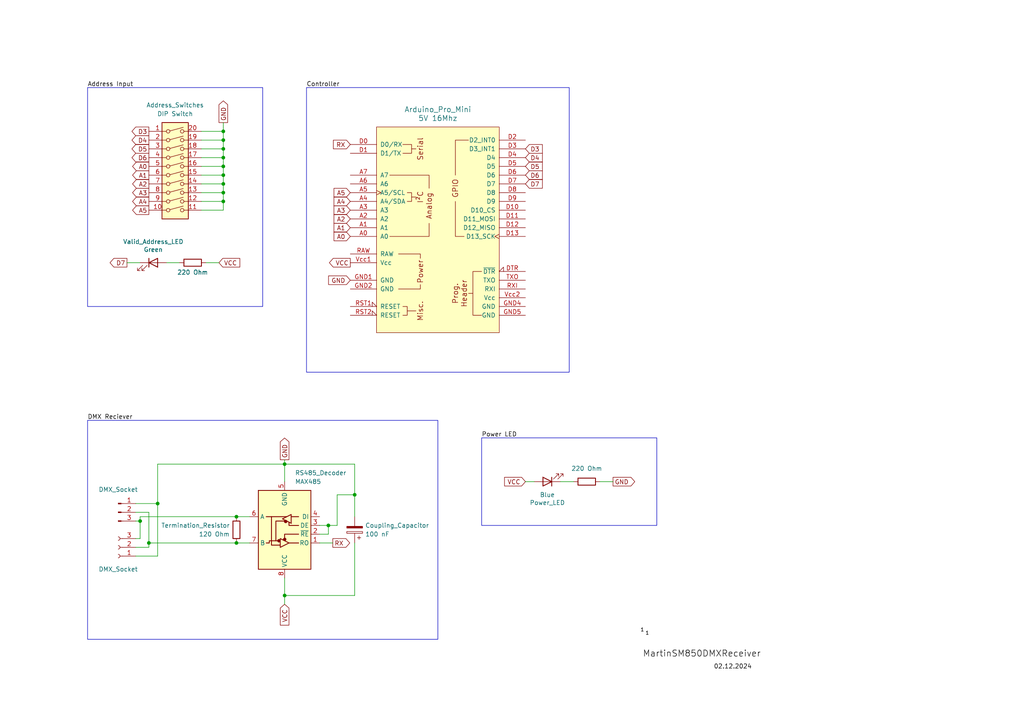
<source format=kicad_sch>
(kicad_sch (version 20231120) (generator "eeschema") (generator_version "8.0")
  (paper "A4")
  (lib_symbols
    (symbol "Connector:Conn_01x03_Pin" (pin_names (offset 1.016) hide)
      (property "Reference" "J" (at 0 5.08 0))
      (property "Value" "Conn_01x03_Pin" (at 0 -5.08 0))
      (symbol "Conn_01x03_Pin_1_1"
        (polyline (pts (xy 1.27 -2.54) (xy 0.8636 -2.54)) (stroke (width 0.1524)))
        (polyline (pts (xy 1.27 0) (xy 0.8636 0)) (stroke (width 0.1524)))
        (polyline (pts (xy 1.27 2.54) (xy 0.8636 2.54)) (stroke (width 0.1524)))
        (rectangle (start 0.8636 -2.413) (end 0 -2.667) (stroke (width 0.1524)) (fill (type outline)))
        (rectangle (start 0.8636 0.127) (end 0 -0.127) (stroke (width 0.1524)) (fill (type outline)))
        (rectangle (start 0.8636 2.667) (end 0 2.413) (stroke (width 0.1524)) (fill (type outline)))
        (pin passive line (at 5.08 2.54 180) (length 3.81) (name "Pin_1") (number "1"))
        (pin passive line (at 5.08 0 180) (length 3.81) (name "Pin_2") (number "2"))
        (pin passive line (at 5.08 -2.54 180) (length 3.81) (name "Pin_3") (number "3"))
      )
    )
    (symbol "Connector:Conn_01x03_Socket" (pin_names (offset 1.016) hide)
      (property "Reference" "J" (at 0 5.08 0))
      (property "Value" "Conn_01x03_Socket" (at 0 -5.08 0))
      (symbol "Conn_01x03_Socket_1_1"
        (arc (start 0 -2.032) (mid -0.5058 -2.54) (end 0 -3.048) (stroke (width 0.1524)))
        (polyline (pts (xy -1.27 -2.54) (xy -0.508 -2.54)) (stroke (width 0.1524)))
        (polyline (pts (xy -1.27 0) (xy -0.508 0)) (stroke (width 0.1524)))
        (polyline (pts (xy -1.27 2.54) (xy -0.508 2.54)) (stroke (width 0.1524)))
        (arc (start 0 0.508) (mid -0.5058 0) (end 0 -0.508) (stroke (width 0.1524)))
        (arc (start 0 3.048) (mid -0.5058 2.54) (end 0 2.032) (stroke (width 0.1524)))
        (pin passive line (at -5.08 2.54 0) (length 3.81) (name "Pin_1") (number "1"))
        (pin passive line (at -5.08 0 0) (length 3.81) (name "Pin_2") (number "2"))
        (pin passive line (at -5.08 -2.54 0) (length 3.81) (name "Pin_3") (number "3"))
      )
    )
    (symbol "Device:C_Polarized" (pin_numbers hide) (pin_names (offset 0.254))
      (property "Reference" "C" (at 0.635 2.54 0))
      (property "Value" "C_Polarized" (at 0.635 -2.54 0))
      (symbol "C_Polarized_0_1"
        (rectangle (start -2.286 0.508) (end 2.286 1.016))
        (polyline (pts (xy -1.778 2.286) (xy -0.762 2.286)))
        (polyline (pts (xy -1.27 2.794) (xy -1.27 1.778)))
        (rectangle (start 2.286 -0.508) (end -2.286 -1.016) (fill (type outline)))
      )
      (symbol "C_Polarized_1_1"
        (pin passive line (at 0 3.81 270) (length 2.794) (name "~") (number "1"))
        (pin passive line (at 0 -3.81 90) (length 2.794) (name "~") (number "2"))
      )
    )
    (symbol "Device:LED" (pin_numbers hide) (pin_names (offset 1.016) hide)
      (property "Reference" "D" (at 0 2.54 0))
      (property "Value" "LED" (at 0 -2.54 0))
      (symbol "LED_0_1"
        (polyline (pts (xy -1.27 -1.27) (xy -1.27 1.27)) (stroke (width 0.254)))
        (polyline (pts (xy -1.27 0) (xy 1.27 0)))
        (polyline (pts (xy 1.27 -1.27) (xy 1.27 1.27) (xy -1.27 0) (xy 1.27 -1.27)) (stroke (width 0.254)))
        (polyline (pts (xy -3.048 -0.762) (xy -4.572 -2.286) (xy -3.81 -2.286) (xy -4.572 -2.286) (xy -4.572 -1.524)))
        (polyline (pts (xy -1.778 -0.762) (xy -3.302 -2.286) (xy -2.54 -2.286) (xy -3.302 -2.286) (xy -3.302 -1.524)))
      )
      (symbol "LED_1_1"
        (pin passive line (at -3.81 0 0) (length 2.54) (name "K") (number "1"))
        (pin passive line (at 3.81 0 180) (length 2.54) (name "A") (number "2"))
      )
    )
    (symbol "Device:R" (pin_numbers hide) (pin_names (offset 0))
      (property "Reference" "R" (at 2.032 0 90))
      (property "Value" "R" (at 0 0 90))
      (symbol "R_0_1"
        (rectangle (start -1.016 -2.54) (end 1.016 2.54) (stroke (width 0.254)))
      )
      (symbol "R_1_1"
        (pin passive line (at 0 3.81 270) (length 1.27) (name "~") (number "1"))
        (pin passive line (at 0 -3.81 90) (length 1.27) (name "~") (number "2"))
      )
    )
    (symbol "Interface_UART:MAX485E"
      (property "Reference" "U" (at -6.096 11.43 0))
      (property "Value" "MAX485E" (at 0.762 11.43 0))
      (symbol "MAX485E_0_1"
        (rectangle (start -7.62 10.16) (end 7.62 -12.7) (stroke (width 0.254)) (fill (type background)))
        (circle (center -0.3048 -3.683) (radius 0.3556) (stroke (width 0.254)) (fill (type outline)))
        (circle (center -0.0254 1.4986) (radius 0.3556) (stroke (width 0.254)) (fill (type outline)))
        (polyline (pts (xy -4.064 -5.08) (xy -1.905 -5.08)) (stroke (width 0.254)))
        (polyline (pts (xy -4.064 2.54) (xy -1.27 2.54)) (stroke (width 0.254)))
        (polyline (pts (xy -1.27 -3.2004) (xy -1.27 -3.4544)) (stroke (width 0.254)))
        (polyline (pts (xy -0.635 -5.08) (xy 5.334 -5.08)) (stroke (width 0.254)))
        (polyline (pts (xy -4.064 -2.54) (xy -1.27 -2.54) (xy -1.27 -3.175)) (stroke (width 0.254)))
        (polyline (pts (xy 0 1.27) (xy 0 0) (xy -4.064 0)) (stroke (width 0.254)))
        (polyline (pts (xy 1.27 3.175) (xy 3.81 3.175) (xy 3.81 -5.08)) (stroke (width 0.254)))
        (polyline (pts (xy 2.54 1.905) (xy 2.54 -3.81) (xy 0 -3.81)) (stroke (width 0.254)))
        (polyline (pts (xy -1.905 -3.175) (xy -1.905 -5.715) (xy 0.635 -4.445) (xy -1.905 -3.175)) (stroke (width 0.254)))
        (polyline (pts (xy -1.27 2.54) (xy 1.27 3.81) (xy 1.27 1.27) (xy -1.27 2.54)) (stroke (width 0.254)))
        (polyline (pts (xy 1.905 1.905) (xy 4.445 1.905) (xy 4.445 2.54) (xy 5.334 2.54)) (stroke (width 0.254)))
        (rectangle (start 1.27 3.175) (end 1.27 3.175))
        (circle (center 1.651 1.905) (radius 0.3556) (stroke (width 0.254)) (fill (type outline)))
      )
      (symbol "MAX485E_1_1"
        (pin output line (at -10.16 2.54 0) (length 2.54) (name "RO") (number "1"))
        (pin input line (at -10.16 0 0) (length 2.54) (name "~{RE}") (number "2"))
        (pin input line (at -10.16 -2.54 0) (length 2.54) (name "DE") (number "3"))
        (pin input line (at -10.16 -5.08 0) (length 2.54) (name "DI") (number "4"))
        (pin power_in line (at 0 -15.24 90) (length 2.54) (name "GND") (number "5"))
        (pin bidirectional line (at 10.16 -5.08 180) (length 2.54) (name "A") (number "6"))
        (pin bidirectional line (at 10.16 2.54 180) (length 2.54) (name "B") (number "7"))
        (pin power_in line (at 0 12.7 270) (length 2.54) (name "VCC") (number "8"))
      )
    )
    (symbol "Switch:SW_DIP_x10" (pin_names (offset 0) hide)
      (property "Reference" "SW" (at 0 16.51 0))
      (property "Value" "SW_DIP_x10" (at 0 -13.97 0))
      (symbol "SW_DIP_x10_0_0"
        (circle (center -2.032 -10.16) (radius 0.508))
        (circle (center -2.032 -7.62) (radius 0.508))
        (circle (center -2.032 -5.08) (radius 0.508))
        (circle (center -2.032 -2.54) (radius 0.508))
        (circle (center -2.032 0) (radius 0.508))
        (circle (center -2.032 2.54) (radius 0.508))
        (circle (center -2.032 5.08) (radius 0.508))
        (circle (center -2.032 7.62) (radius 0.508))
        (circle (center -2.032 10.16) (radius 0.508))
        (circle (center -2.032 12.7) (radius 0.508))
        (polyline (pts (xy -1.524 -10.0076) (xy 2.3622 -8.9662)))
        (polyline (pts (xy -1.524 -7.4676) (xy 2.3622 -6.4262)))
        (polyline (pts (xy -1.524 -4.9276) (xy 2.3622 -3.8862)))
        (polyline (pts (xy -1.524 -2.3876) (xy 2.3622 -1.3462)))
        (polyline (pts (xy -1.524 0.127) (xy 2.3622 1.1684)))
        (polyline (pts (xy -1.524 2.667) (xy 2.3622 3.7084)))
        (polyline (pts (xy -1.524 5.207) (xy 2.3622 6.2484)))
        (polyline (pts (xy -1.524 7.747) (xy 2.3622 8.7884)))
        (polyline (pts (xy -1.524 10.287) (xy 2.3622 11.3284)))
        (polyline (pts (xy -1.524 12.827) (xy 2.3622 13.8684)))
        (circle (center 2.032 -10.16) (radius 0.508))
        (circle (center 2.032 -7.62) (radius 0.508))
        (circle (center 2.032 -5.08) (radius 0.508))
        (circle (center 2.032 -2.54) (radius 0.508))
        (circle (center 2.032 0) (radius 0.508))
        (circle (center 2.032 2.54) (radius 0.508))
        (circle (center 2.032 5.08) (radius 0.508))
        (circle (center 2.032 7.62) (radius 0.508))
        (circle (center 2.032 10.16) (radius 0.508))
        (circle (center 2.032 12.7) (radius 0.508))
      )
      (symbol "SW_DIP_x10_0_1"
        (rectangle (start -3.81 15.24) (end 3.81 -12.7) (stroke (width 0.254)) (fill (type background)))
      )
      (symbol "SW_DIP_x10_1_1"
        (pin passive line (at -7.62 12.7 0) (length 5.08) (name "~") (number "1"))
        (pin passive line (at -7.62 -10.16 0) (length 5.08) (name "~") (number "10"))
        (pin passive line (at 7.62 -10.16 180) (length 5.08) (name "~") (number "11"))
        (pin passive line (at 7.62 -7.62 180) (length 5.08) (name "~") (number "12"))
        (pin passive line (at 7.62 -5.08 180) (length 5.08) (name "~") (number "13"))
        (pin passive line (at 7.62 -2.54 180) (length 5.08) (name "~") (number "14"))
        (pin passive line (at 7.62 0 180) (length 5.08) (name "~") (number "15"))
        (pin passive line (at 7.62 2.54 180) (length 5.08) (name "~") (number "16"))
        (pin passive line (at 7.62 5.08 180) (length 5.08) (name "~") (number "17"))
        (pin passive line (at 7.62 7.62 180) (length 5.08) (name "~") (number "18"))
        (pin passive line (at 7.62 10.16 180) (length 5.08) (name "~") (number "19"))
        (pin passive line (at -7.62 10.16 0) (length 5.08) (name "~") (number "2"))
        (pin passive line (at 7.62 12.7 180) (length 5.08) (name "~") (number "20"))
        (pin passive line (at -7.62 7.62 0) (length 5.08) (name "~") (number "3"))
        (pin passive line (at -7.62 5.08 0) (length 5.08) (name "~") (number "4"))
        (pin passive line (at -7.62 2.54 0) (length 5.08) (name "~") (number "5"))
        (pin passive line (at -7.62 0 0) (length 5.08) (name "~") (number "6"))
        (pin passive line (at -7.62 -2.54 0) (length 5.08) (name "~") (number "7"))
        (pin passive line (at -7.62 -5.08 0) (length 5.08) (name "~") (number "8"))
        (pin passive line (at -7.62 -7.62 0) (length 5.08) (name "~") (number "9"))
      )
    )
    (symbol "arduino-library:Arduino_Pro_Mini_Socket" (pin_names (offset 1.016))
      (property "Reference" "A" (at 0 36.83 0))
      (property "Value" "Arduino_Pro_Mini_Socket" (at 0 33.02 0))
      (symbol "Arduino_Pro_Mini_Socket_0_0"
        (rectangle (start -17.78 30.48) (end 17.78 -29.21) (fill (type background)))
        (polyline (pts (xy -7.62 10.16) (xy -6.35 10.16)))
        (polyline (pts (xy -7.62 24.13) (xy -6.35 24.13)))
        (polyline (pts (xy -6.35 -22.86) (xy -8.89 -22.86)))
        (polyline (pts (xy -11.43 -16.51) (xy -5.08 -16.51) (xy -5.08 -15.24)))
        (polyline (pts (xy -5.08 -7.62) (xy -5.08 -6.35) (xy -11.43 -6.35)))
        (polyline (pts (xy -2.54 2.54) (xy -2.54 -1.27) (xy -13.97 -1.27)))
        (polyline (pts (xy -2.54 12.7) (xy -2.54 16.51) (xy -13.97 16.51)))
        (polyline (pts (xy -10.16 25.4) (xy -7.62 25.4) (xy -7.62 22.86) (xy -10.16 22.86)))
        (polyline (pts (xy -8.89 11.43) (xy -7.62 11.43) (xy -7.62 8.89) (xy -8.89 8.89)))
        (polyline (pts (xy 12.7 -11.43) (xy 10.16 -11.43) (xy 10.16 -16.51) (xy 10.16 -17.78) (xy 8.89 -17.78) (xy 10.16 -17.78) (xy 10.16 -24.13) (xy 12.7 -24.13)))
        (text "Analog" (at -2.54 7.62 900) (effects (font (size 1.524 1.524))))
        (text "Header" (at 7.62 -17.78 900) (effects (font (size 1.524 1.524))))
        (text "I²C" (at -5.08 10.16 900) (effects (font (size 1.524 1.524))))
        (text "Misc." (at -5.08 -22.86 900) (effects (font (size 1.524 1.524))))
        (text "Power" (at -5.08 -11.43 900) (effects (font (size 1.524 1.524))))
        (text "Prog." (at 5.08 -17.78 900) (effects (font (size 1.524 1.524))))
        (text "Serial" (at -5.08 24.13 900) (effects (font (size 1.524 1.524))))
      )
      (symbol "Arduino_Pro_Mini_Socket_0_1"
        (polyline (pts (xy 7.62 -1.27) (xy 5.08 -1.27) (xy 5.08 8.89)))
        (polyline (pts (xy 8.89 26.67) (xy 5.08 26.67) (xy 5.08 16.51)))
        (polyline (pts (xy -10.16 -24.13) (xy -8.89 -24.13) (xy -8.89 -21.59) (xy -10.16 -21.59)))
      )
      (symbol "Arduino_Pro_Mini_Socket_1_0"
        (text "GPIO" (at 5.08 12.7 900) (effects (font (size 1.524 1.524))))
      )
      (symbol "Arduino_Pro_Mini_Socket_1_1"
        (pin bidirectional line (at -25.4 -1.27 0) (length 7.62) (name "A0") (number "A0"))
        (pin bidirectional line (at -25.4 1.27 0) (length 7.62) (name "A1") (number "A1"))
        (pin bidirectional line (at -25.4 3.81 0) (length 7.62) (name "A2") (number "A2"))
        (pin bidirectional line (at -25.4 6.35 0) (length 7.62) (name "A3") (number "A3"))
        (pin bidirectional line (at -25.4 8.89 0) (length 7.62) (name "A4/SDA") (number "A4"))
        (pin bidirectional clock (at -25.4 11.43 0) (length 7.62) (name "A5/SCL") (number "A5"))
        (pin input line (at -25.4 13.97 0) (length 7.62) (name "A6") (number "A6"))
        (pin input line (at -25.4 16.51 0) (length 7.62) (name "A7") (number "A7"))
        (pin bidirectional line (at -25.4 25.4 0) (length 7.62) (name "D0/RX") (number "D0"))
        (pin bidirectional line (at -25.4 22.86 0) (length 7.62) (name "D1/TX") (number "D1"))
        (pin bidirectional line (at 25.4 6.35 180) (length 7.62) (name "D10_CS") (number "D10"))
        (pin bidirectional line (at 25.4 3.81 180) (length 7.62) (name "D11_MOSI") (number "D11"))
        (pin bidirectional line (at 25.4 1.27 180) (length 7.62) (name "D12_MISO") (number "D12"))
        (pin bidirectional clock (at 25.4 -1.27 180) (length 7.62) (name "D13_SCK") (number "D13"))
        (pin bidirectional line (at 25.4 26.67 180) (length 7.62) (name "D2_INT0") (number "D2"))
        (pin bidirectional line (at 25.4 24.13 180) (length 7.62) (name "D3_INT1") (number "D3"))
        (pin bidirectional line (at 25.4 21.59 180) (length 7.62) (name "D4") (number "D4"))
        (pin bidirectional line (at 25.4 19.05 180) (length 7.62) (name "D5") (number "D5"))
        (pin bidirectional line (at 25.4 16.51 180) (length 7.62) (name "D6") (number "D6"))
        (pin bidirectional line (at 25.4 13.97 180) (length 7.62) (name "D7") (number "D7"))
        (pin bidirectional line (at 25.4 11.43 180) (length 7.62) (name "D8") (number "D8"))
        (pin bidirectional line (at 25.4 8.89 180) (length 7.62) (name "D9") (number "D9"))
        (pin input input_low (at 25.4 -11.43 180) (length 7.62) (name "~{DTR}") (number "DTR"))
        (pin power_in line (at -25.4 -13.97 0) (length 7.62) (name "GND") (number "GND1"))
        (pin power_in line (at -25.4 -16.51 0) (length 7.62) (name "GND") (number "GND2"))
        (pin power_in line (at 25.4 -21.59 180) (length 7.62) (name "GND") (number "GND4"))
        (pin power_in line (at 25.4 -24.13 180) (length 7.62) (name "GND") (number "GND5"))
        (pin power_in line (at -25.4 -6.35 0) (length 7.62) (name "RAW") (number "RAW"))
        (pin open_collector input_low (at -25.4 -21.59 0) (length 7.62) (name "RESET") (number "RST1"))
        (pin open_collector input_low (at -25.4 -24.13 0) (length 7.62) (name "RESET") (number "RST2"))
        (pin input line (at 25.4 -16.51 180) (length 7.62) (name "RXI") (number "RXI"))
        (pin output line (at 25.4 -13.97 180) (length 7.62) (name "TXO") (number "TXO"))
        (pin power_in line (at -25.4 -8.89 0) (length 7.62) (name "Vcc") (number "Vcc1"))
        (pin power_in line (at 25.4 -19.05 180) (length 7.62) (name "Vcc") (number "Vcc2"))
      )
    )
  )
  (junction (at 64.77 48.26))
  (junction (at 82.55 134.62))
  (junction (at 64.77 50.8))
  (junction (at 64.77 58.42))
  (junction (at 102.87 143.51))
  (junction (at 95.25 152.4))
  (junction (at 82.55 172.72))
  (junction (at 40.64 151.13))
  (junction (at 43.18 157.48))
  (junction (at 64.77 38.1))
  (junction (at 64.77 43.18))
  (junction (at 68.58 157.48))
  (junction (at 64.77 45.72))
  (junction (at 64.77 55.88))
  (junction (at 68.58 149.86))
  (junction (at 45.72 146.05))
  (junction (at 64.77 53.34))
  (junction (at 64.77 40.64))
  (wire (pts (xy 92.71 152.4) (xy 95.25 152.4)))
  (wire (pts (xy 58.42 38.1) (xy 64.77 38.1)))
  (wire (pts (xy 64.77 45.72) (xy 64.77 43.18)))
  (wire (pts (xy 97.79 152.4) (xy 95.25 152.4)))
  (wire (pts (xy 64.77 50.8) (xy 64.77 48.26)))
  (wire (pts (xy 58.42 43.18) (xy 64.77 43.18)))
  (wire (pts (xy 58.42 58.42) (xy 64.77 58.42)))
  (wire (pts (xy 39.37 161.29) (xy 45.72 161.29)))
  (wire (pts (xy 102.87 134.62) (xy 82.55 134.62)))
  (wire (pts (xy 45.72 146.05) (xy 45.72 161.29)))
  (wire (pts (xy 39.37 158.75) (xy 43.18 158.75)))
  (wire (pts (xy 177.8 139.7) (xy 173.99 139.7)))
  (wire (pts (xy 64.77 60.96) (xy 64.77 58.42)))
  (wire (pts (xy 58.42 45.72) (xy 64.77 45.72)))
  (wire (pts (xy 64.77 48.26) (xy 64.77 45.72)))
  (wire (pts (xy 64.77 40.64) (xy 64.77 38.1)))
  (wire (pts (xy 45.72 134.62) (xy 82.55 134.62)))
  (wire (pts (xy 95.25 154.94) (xy 95.25 152.4)))
  (wire (pts (xy 58.42 60.96) (xy 64.77 60.96)))
  (wire (pts (xy 43.18 148.59) (xy 43.18 157.48)))
  (wire (pts (xy 64.77 58.42) (xy 64.77 55.88)))
  (wire (pts (xy 39.37 151.13) (xy 40.64 151.13)))
  (wire (pts (xy 102.87 172.72) (xy 102.87 157.48)))
  (wire (pts (xy 58.42 40.64) (xy 64.77 40.64)))
  (wire (pts (xy 43.18 157.48) (xy 43.18 158.75)))
  (wire (pts (xy 68.58 149.86) (xy 72.39 149.86)))
  (wire (pts (xy 82.55 133.35) (xy 82.55 134.62)))
  (wire (pts (xy 43.18 157.48) (xy 68.58 157.48)))
  (wire (pts (xy 162.56 139.7) (xy 166.37 139.7)))
  (wire (pts (xy 58.42 53.34) (xy 64.77 53.34)))
  (wire (pts (xy 102.87 149.86) (xy 102.87 143.51)))
  (wire (pts (xy 92.71 157.48) (xy 96.52 157.48)))
  (wire (pts (xy 58.42 50.8) (xy 64.77 50.8)))
  (wire (pts (xy 97.79 143.51) (xy 102.87 143.51)))
  (wire (pts (xy 102.87 143.51) (xy 102.87 134.62)))
  (wire (pts (xy 68.58 157.48) (xy 72.39 157.48)))
  (wire (pts (xy 152.4 139.7) (xy 154.94 139.7)))
  (wire (pts (xy 58.42 55.88) (xy 64.77 55.88)))
  (wire (pts (xy 40.64 149.86) (xy 68.58 149.86)))
  (wire (pts (xy 64.77 53.34) (xy 64.77 50.8)))
  (wire (pts (xy 39.37 148.59) (xy 43.18 148.59)))
  (wire (pts (xy 97.79 143.51) (xy 97.79 152.4)))
  (wire (pts (xy 58.42 48.26) (xy 64.77 48.26)))
  (wire (pts (xy 45.72 134.62) (xy 45.72 146.05)))
  (wire (pts (xy 82.55 172.72) (xy 82.55 175.26)))
  (wire (pts (xy 92.71 154.94) (xy 95.25 154.94)))
  (wire (pts (xy 64.77 55.88) (xy 64.77 53.34)))
  (wire (pts (xy 64.77 43.18) (xy 64.77 40.64)))
  (wire (pts (xy 64.77 35.56) (xy 64.77 38.1)))
  (wire (pts (xy 40.64 151.13) (xy 40.64 156.21)))
  (wire (pts (xy 39.37 146.05) (xy 45.72 146.05)))
  (wire (pts (xy 48.26 76.2) (xy 52.07 76.2)))
  (wire (pts (xy 82.55 167.64) (xy 82.55 172.72)))
  (wire (pts (xy 40.64 149.86) (xy 40.64 151.13)))
  (wire (pts (xy 82.55 134.62) (xy 82.55 139.7)))
  (wire (pts (xy 82.55 172.72) (xy 102.87 172.72)))
  (wire (pts (xy 36.83 76.2) (xy 40.64 76.2)))
  (wire (pts (xy 59.69 76.2) (xy 63.5 76.2)))
  (wire (pts (xy 39.37 156.21) (xy 40.64 156.21)))
  (rectangle (start 139.7 127) (end 190.5 152.4))
  (rectangle (start 25.4 25.4) (end 76.2 88.9))
  (rectangle (start 25.4 121.92) (end 127 185.42))
  (rectangle (start 88.9 25.4) (end 165.1 107.95))
  (label "Address Input" (at 25.4 25.4 0))
  (label "Controller" (at 88.9 25.4 0))
  (label "1" (at 187.1618 184.416 0) (effects (font (size 1 1))))
  (label "Power LED" (at 139.7 127 0))
  (label "02.12.2024" (at 207.01 194.31 0))
  (label "1" (at 185.7252 183.4583 0) (effects (font (size 1 1))))
  (label "MartinSM850DMXReceiver" (at 186.4062 191.0398 0) (effects (font (size 1.8 1.8))))
  (label "DMX Reciever" (at 25.4 121.92 0))
  (global_label "VCC" (shape input) (at 82.55 175.26 270) (property "Intersheetrefs" "${INTERSHEET_REFS}" (effects (hide yes))))
  (global_label "A5" (shape output) (at 43.18 60.96 180) (property "Intersheetrefs" "${INTERSHEET_REFS}" (effects (hide yes))))
  (global_label "D4" (shape output) (at 43.18 40.64 180) (property "Intersheetrefs" "${INTERSHEET_REFS}" (effects (hide yes))))
  (global_label "D3" (shape input) (at 152.4 43.18 0) (property "Intersheetrefs" "${INTERSHEET_REFS}" (effects (hide yes))))
  (global_label "D3" (shape output) (at 43.18 38.1 180) (property "Intersheetrefs" "${INTERSHEET_REFS}" (effects (hide yes))))
  (global_label "A2" (shape input) (at 101.6 63.5 180) (property "Intersheetrefs" "${INTERSHEET_REFS}" (effects (hide yes))))
  (global_label "A3" (shape input) (at 101.6 60.96 180) (property "Intersheetrefs" "${INTERSHEET_REFS}" (effects (hide yes))))
  (global_label "D5" (shape input) (at 152.4 48.26 0) (property "Intersheetrefs" "${INTERSHEET_REFS}" (effects (hide yes))))
  (global_label "VCC" (shape input) (at 63.5 76.2 0) (property "Intersheetrefs" "${INTERSHEET_REFS}" (effects (hide yes))))
  (global_label "D4" (shape input) (at 152.4 45.72 0) (property "Intersheetrefs" "${INTERSHEET_REFS}" (effects (hide yes))))
  (global_label "GND" (shape output) (at 64.77 35.56 90) (property "Intersheetrefs" "${INTERSHEET_REFS}" (effects (hide yes))))
  (global_label "A4" (shape input) (at 101.6 58.42 180) (property "Intersheetrefs" "${INTERSHEET_REFS}" (effects (hide yes))))
  (global_label "RX" (shape input) (at 101.6 41.91 180) (property "Intersheetrefs" "${INTERSHEET_REFS}" (effects (hide yes))))
  (global_label "RX" (shape output) (at 96.52 157.48 0) (property "Intersheetrefs" "${INTERSHEET_REFS}" (effects (hide yes))))
  (global_label "A0" (shape input) (at 101.6 68.58 180) (property "Intersheetrefs" "${INTERSHEET_REFS}" (effects (hide yes))))
  (global_label "VCC" (shape input) (at 152.4 139.7 180) (property "Intersheetrefs" "${INTERSHEET_REFS}" (effects (hide yes))))
  (global_label "GND" (shape input) (at 101.6 81.28 180) (property "Intersheetrefs" "${INTERSHEET_REFS}" (effects (hide yes))))
  (global_label "A1" (shape input) (at 101.6 66.04 180) (property "Intersheetrefs" "${INTERSHEET_REFS}" (effects (hide yes))))
  (global_label "D5" (shape output) (at 43.18 43.18 180) (property "Intersheetrefs" "${INTERSHEET_REFS}" (effects (hide yes))))
  (global_label "A2" (shape output) (at 43.18 53.34 180) (property "Intersheetrefs" "${INTERSHEET_REFS}" (effects (hide yes))))
  (global_label "D6" (shape input) (at 152.4 50.8 0) (property "Intersheetrefs" "${INTERSHEET_REFS}" (effects (hide yes))))
  (global_label "D7" (shape input) (at 152.4 53.34 0) (property "Intersheetrefs" "${INTERSHEET_REFS}" (effects (hide yes))))
  (global_label "VCC" (shape output) (at 101.6 76.2 180) (property "Intersheetrefs" "${INTERSHEET_REFS}" (effects (hide yes))))
  (global_label "D6" (shape output) (at 43.18 45.72 180) (property "Intersheetrefs" "${INTERSHEET_REFS}" (effects (hide yes))))
  (global_label "A0" (shape output) (at 43.18 48.26 180) (property "Intersheetrefs" "${INTERSHEET_REFS}" (effects (hide yes))))
  (global_label "D7" (shape output) (at 36.83 76.2 180) (property "Intersheetrefs" "${INTERSHEET_REFS}" (effects (hide yes))))
  (global_label "A3" (shape output) (at 43.18 55.88 180) (property "Intersheetrefs" "${INTERSHEET_REFS}" (effects (hide yes))))
  (global_label "A5" (shape input) (at 101.6 55.88 180) (property "Intersheetrefs" "${INTERSHEET_REFS}" (effects (hide yes))))
  (global_label "GND" (shape output) (at 177.8 139.7 0) (property "Intersheetrefs" "${INTERSHEET_REFS}" (effects (hide yes))))
  (global_label "A1" (shape output) (at 43.18 50.8 180) (property "Intersheetrefs" "${INTERSHEET_REFS}" (effects (hide yes))))
  (global_label "GND" (shape output) (at 82.55 133.35 90) (property "Intersheetrefs" "${INTERSHEET_REFS}" (effects (hide yes))))
  (global_label "A4" (shape output) (at 43.18 58.42 180) (property "Intersheetrefs" "${INTERSHEET_REFS}" (effects (hide yes))))
  (symbol (lib_id "Connector:Conn_01x03_Socket") (at 34.29 158.75 180) (unit 1)
    (property "Reference" "J1" (effects (hide yes)))
    (property "Value" "DMX_Socket" (at 34.29 165.1 0))
    (property "Description" "Generic connector, single row, 01x03, script generated" (effects (hide yes)))
  )
  (symbol (lib_id "Device:LED") (at 44.45 76.2 0) (unit 1)
    (property "Reference" "Valid_Address_LED" (at 44.45 70.104 0))
    (property "Value" "Green" (at 44.45 72.39 0))
    (property "Description" "Green valid address LED" (effects (hide yes)))
  )
  (symbol (lib_id "Connector:Conn_01x03_Pin") (at 34.29 148.59 0) (unit 1)
    (property "Reference" "DMX_Socket" (at 34.29 141.986 0))
    (property "Value" "DMX" (effects (hide yes)))
    (property "Description" "Generic connector, single row, 01x03, script generated" (effects (hide yes)))
  )
  (symbol (lib_id "Interface_UART:MAX485E") (at 82.55 154.94 180) (unit 1)
    (property "Reference" "RS485_Decoder" (at 85.5665 137.16 0) (effects (justify right)))
    (property "Value" "MAX485" (at 85.5665 139.7 0) (effects (justify right)))
    (property "Datasheet" "https://datasheets.maximintegrated.com/en/ds/MAX1487E-MAX491E.pdf" (effects (hide yes)))
    (property "Description" "Half duplex RS-485/RS-422, 2.5 Mbps, ±15kV electro-static discharge (ESD) protection, no slew-rate, no low-power shutdown, with receiver/driver enable, 32 receiver drive capability, DIP-8 and SOIC-8" (effects (hide yes)))
  )
  (symbol (lib_id "Switch:SW_DIP_x10") (at 50.8 50.8 0) (unit 1)
    (property "Reference" "Address_Switches" (at 50.8 30.48 0))
    (property "Value" "DIP Switch" (at 50.8 33.02 0))
    (property "Description" "10x DIP Switch, Single Pole Single Throw (SPST) switch, small symbol" (effects (hide yes)))
  )
  (symbol (lib_id "Device:R") (at 68.58 153.67 0) (unit 1)
    (property "Reference" "Termination_Resistor" (at 46.736 152.4 0) (effects (justify left)))
    (property "Value" "120 Ohm" (at 57.658 154.94 0) (effects (justify left)))
    (property "Description" "Resistor" (effects (hide yes)))
  )
  (symbol (lib_id "arduino-library:Arduino_Pro_Mini_Socket") (at 127 67.31 0) (unit 1)
    (property "Reference" "Arduino_Pro_Mini" (at 127 31.75 0) (effects (font (size 1.524 1.524))))
    (property "Value" "5V 16Mhz" (at 127 34.29 0) (effects (font (size 1.524 1.524))))
    (property "Footprint" "PCM_arduino-library:Arduino_Pro_Mini_Socket" (effects (hide yes)))
    (property "Datasheet" "https://docs.arduino.cc/retired/boards/arduino-pro-mini" (effects (hide yes)))
    (property "Description" "Socket for Arduino Pro Mini" (effects (hide yes)))
  )
  (symbol (lib_id "Device:R") (at 55.88 76.2 90) (unit 1)
    (property "Reference" "Address_Valid_LED_Resistor" (effects (hide yes)))
    (property "Value" "220 Ohm" (at 55.88 78.994 90))
    (property "Description" "Resistor" (effects (hide yes)))
  )
  (symbol (lib_id "Device:C_Polarized") (at 102.87 153.67 180) (unit 1)
    (property "Reference" "Coupling_Capacitor" (at 105.918 152.4 0) (effects (justify right)))
    (property "Value" "100 nF" (at 105.918 154.94 0) (effects (justify right)))
    (property "Description" "Polarized capacitor" (effects (hide yes)))
  )
  (symbol (lib_id "Device:R") (at 170.18 139.7 270) (unit 1)
    (property "Reference" "Power_LED_Resistor" (effects (hide yes)))
    (property "Value" "220 Ohm" (at 170.18 135.89 90))
    (property "Description" "Resistor" (effects (hide yes)))
  )
  (symbol (lib_id "Device:LED") (at 158.75 139.7 180) (unit 1)
    (property "Reference" "Power_LED" (at 158.75 145.796 0))
    (property "Value" "Blue" (at 158.75 143.51 0))
    (property "Description" "Blue power LED" (effects (hide yes)))
  )
)
</source>
